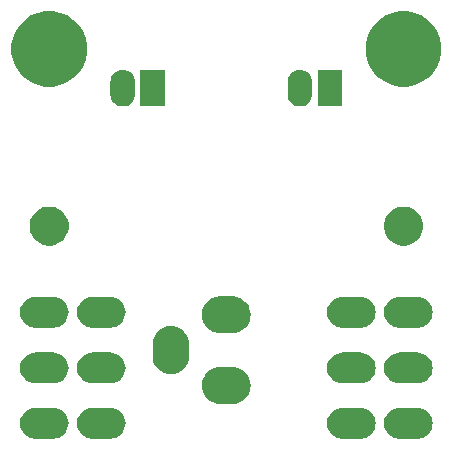
<source format=gbr>
G04 #@! TF.GenerationSoftware,KiCad,Pcbnew,(5.0.2)-1*
G04 #@! TF.CreationDate,2021-08-06T22:30:59+01:00*
G04 #@! TF.ProjectId,CN-BA3-03-03-kicad,434e2d42-4133-42d3-9033-2d30332d6b69,rev?*
G04 #@! TF.SameCoordinates,Original*
G04 #@! TF.FileFunction,Soldermask,Top*
G04 #@! TF.FilePolarity,Negative*
%FSLAX46Y46*%
G04 Gerber Fmt 4.6, Leading zero omitted, Abs format (unit mm)*
G04 Created by KiCad (PCBNEW (5.0.2)-1) date 06/08/2021 22:30:59*
%MOMM*%
%LPD*%
G01*
G04 APERTURE LIST*
%ADD10C,0.100000*%
G04 APERTURE END LIST*
D10*
G36*
X-9725311Y-15402706D02*
X-9581960Y-15416825D01*
X-9336720Y-15491218D01*
X-9336718Y-15491219D01*
X-9110704Y-15612026D01*
X-8912603Y-15774603D01*
X-8750026Y-15972704D01*
X-8750025Y-15972706D01*
X-8629218Y-16198720D01*
X-8554825Y-16443960D01*
X-8529706Y-16699000D01*
X-8554825Y-16954040D01*
X-8629218Y-17199280D01*
X-8629219Y-17199282D01*
X-8750026Y-17425296D01*
X-8912603Y-17623397D01*
X-9110704Y-17785974D01*
X-9110706Y-17785975D01*
X-9336720Y-17906782D01*
X-9581960Y-17981175D01*
X-9725311Y-17995294D01*
X-9773094Y-18000000D01*
X-11400906Y-18000000D01*
X-11448689Y-17995294D01*
X-11592040Y-17981175D01*
X-11837280Y-17906782D01*
X-12063294Y-17785975D01*
X-12063296Y-17785974D01*
X-12261397Y-17623397D01*
X-12423974Y-17425296D01*
X-12544781Y-17199282D01*
X-12544782Y-17199280D01*
X-12619175Y-16954040D01*
X-12644294Y-16699000D01*
X-12619175Y-16443960D01*
X-12544782Y-16198720D01*
X-12423975Y-15972706D01*
X-12423974Y-15972704D01*
X-12261397Y-15774603D01*
X-12063296Y-15612026D01*
X-11837282Y-15491219D01*
X-11837280Y-15491218D01*
X-11592040Y-15416825D01*
X-11448689Y-15402706D01*
X-11400906Y-15398000D01*
X-9773094Y-15398000D01*
X-9725311Y-15402706D01*
X-9725311Y-15402706D01*
G37*
G36*
X-14551311Y-15402706D02*
X-14407960Y-15416825D01*
X-14162720Y-15491218D01*
X-14162718Y-15491219D01*
X-13936704Y-15612026D01*
X-13738603Y-15774603D01*
X-13576026Y-15972704D01*
X-13576025Y-15972706D01*
X-13455218Y-16198720D01*
X-13380825Y-16443960D01*
X-13355706Y-16699000D01*
X-13380825Y-16954040D01*
X-13455218Y-17199280D01*
X-13455219Y-17199282D01*
X-13576026Y-17425296D01*
X-13738603Y-17623397D01*
X-13936704Y-17785974D01*
X-13936706Y-17785975D01*
X-14162720Y-17906782D01*
X-14407960Y-17981175D01*
X-14551311Y-17995294D01*
X-14599094Y-18000000D01*
X-16226906Y-18000000D01*
X-16274689Y-17995294D01*
X-16418040Y-17981175D01*
X-16663280Y-17906782D01*
X-16889294Y-17785975D01*
X-16889296Y-17785974D01*
X-17087397Y-17623397D01*
X-17249974Y-17425296D01*
X-17370781Y-17199282D01*
X-17370782Y-17199280D01*
X-17445175Y-16954040D01*
X-17470294Y-16699000D01*
X-17445175Y-16443960D01*
X-17370782Y-16198720D01*
X-17249975Y-15972706D01*
X-17249974Y-15972704D01*
X-17087397Y-15774603D01*
X-16889296Y-15612026D01*
X-16663282Y-15491219D01*
X-16663280Y-15491218D01*
X-16418040Y-15416825D01*
X-16274689Y-15402706D01*
X-16226906Y-15398000D01*
X-14599094Y-15398000D01*
X-14551311Y-15402706D01*
X-14551311Y-15402706D01*
G37*
G36*
X16274689Y-15402706D02*
X16418040Y-15416825D01*
X16663280Y-15491218D01*
X16663282Y-15491219D01*
X16889296Y-15612026D01*
X17087397Y-15774603D01*
X17249974Y-15972704D01*
X17249975Y-15972706D01*
X17370782Y-16198720D01*
X17445175Y-16443960D01*
X17470294Y-16699000D01*
X17445175Y-16954040D01*
X17370782Y-17199280D01*
X17370781Y-17199282D01*
X17249974Y-17425296D01*
X17087397Y-17623397D01*
X16889296Y-17785974D01*
X16889294Y-17785975D01*
X16663280Y-17906782D01*
X16418040Y-17981175D01*
X16274689Y-17995294D01*
X16226906Y-18000000D01*
X14599094Y-18000000D01*
X14551311Y-17995294D01*
X14407960Y-17981175D01*
X14162720Y-17906782D01*
X13936706Y-17785975D01*
X13936704Y-17785974D01*
X13738603Y-17623397D01*
X13576026Y-17425296D01*
X13455219Y-17199282D01*
X13455218Y-17199280D01*
X13380825Y-16954040D01*
X13355706Y-16699000D01*
X13380825Y-16443960D01*
X13455218Y-16198720D01*
X13576025Y-15972706D01*
X13576026Y-15972704D01*
X13738603Y-15774603D01*
X13936704Y-15612026D01*
X14162718Y-15491219D01*
X14162720Y-15491218D01*
X14407960Y-15416825D01*
X14551311Y-15402706D01*
X14599094Y-15398000D01*
X16226906Y-15398000D01*
X16274689Y-15402706D01*
X16274689Y-15402706D01*
G37*
G36*
X11448689Y-15402706D02*
X11592040Y-15416825D01*
X11837280Y-15491218D01*
X11837282Y-15491219D01*
X12063296Y-15612026D01*
X12261397Y-15774603D01*
X12423974Y-15972704D01*
X12423975Y-15972706D01*
X12544782Y-16198720D01*
X12619175Y-16443960D01*
X12644294Y-16699000D01*
X12619175Y-16954040D01*
X12544782Y-17199280D01*
X12544781Y-17199282D01*
X12423974Y-17425296D01*
X12261397Y-17623397D01*
X12063296Y-17785974D01*
X12063294Y-17785975D01*
X11837280Y-17906782D01*
X11592040Y-17981175D01*
X11448689Y-17995294D01*
X11400906Y-18000000D01*
X9773094Y-18000000D01*
X9725311Y-17995294D01*
X9581960Y-17981175D01*
X9336720Y-17906782D01*
X9110706Y-17785975D01*
X9110704Y-17785974D01*
X8912603Y-17623397D01*
X8750026Y-17425296D01*
X8629219Y-17199282D01*
X8629218Y-17199280D01*
X8554825Y-16954040D01*
X8529706Y-16699000D01*
X8554825Y-16443960D01*
X8629218Y-16198720D01*
X8750025Y-15972706D01*
X8750026Y-15972704D01*
X8912603Y-15774603D01*
X9110704Y-15612026D01*
X9336718Y-15491219D01*
X9336720Y-15491218D01*
X9581960Y-15416825D01*
X9725311Y-15402706D01*
X9773094Y-15398000D01*
X11400906Y-15398000D01*
X11448689Y-15402706D01*
X11448689Y-15402706D01*
G37*
G36*
X652143Y-11949881D02*
X804049Y-11964842D01*
X919949Y-12000000D01*
X1096415Y-12053530D01*
X1186401Y-12101629D01*
X1365858Y-12197551D01*
X1602029Y-12391371D01*
X1795849Y-12627542D01*
X1848633Y-12726294D01*
X1939870Y-12896985D01*
X1939870Y-12896986D01*
X2028558Y-13189351D01*
X2058504Y-13493400D01*
X2028558Y-13797449D01*
X1969433Y-13992359D01*
X1939870Y-14089815D01*
X1887340Y-14188090D01*
X1795849Y-14359258D01*
X1602029Y-14595429D01*
X1365858Y-14789249D01*
X1194690Y-14880740D01*
X1096415Y-14933270D01*
X998959Y-14962833D01*
X804049Y-15021958D01*
X652143Y-15036919D01*
X576191Y-15044400D01*
X-576191Y-15044400D01*
X-652143Y-15036919D01*
X-804049Y-15021958D01*
X-998959Y-14962833D01*
X-1096415Y-14933270D01*
X-1194690Y-14880740D01*
X-1365858Y-14789249D01*
X-1602029Y-14595429D01*
X-1795849Y-14359258D01*
X-1887340Y-14188090D01*
X-1939870Y-14089815D01*
X-1969433Y-13992359D01*
X-2028558Y-13797449D01*
X-2058504Y-13493400D01*
X-2028558Y-13189351D01*
X-1939870Y-12896986D01*
X-1939870Y-12896985D01*
X-1848633Y-12726294D01*
X-1795849Y-12627542D01*
X-1602029Y-12391371D01*
X-1365858Y-12197551D01*
X-1186401Y-12101629D01*
X-1096415Y-12053530D01*
X-919949Y-12000000D01*
X-804049Y-11964842D01*
X-652143Y-11949881D01*
X-576191Y-11942400D01*
X576191Y-11942400D01*
X652143Y-11949881D01*
X652143Y-11949881D01*
G37*
G36*
X-14551311Y-10703706D02*
X-14407960Y-10717825D01*
X-14162720Y-10792218D01*
X-14162718Y-10792219D01*
X-13936704Y-10913026D01*
X-13738603Y-11075603D01*
X-13576026Y-11273704D01*
X-13576025Y-11273706D01*
X-13455218Y-11499720D01*
X-13380825Y-11744960D01*
X-13355706Y-12000000D01*
X-13380825Y-12255040D01*
X-13455218Y-12500280D01*
X-13455219Y-12500282D01*
X-13576026Y-12726296D01*
X-13738603Y-12924397D01*
X-13936704Y-13086974D01*
X-13936706Y-13086975D01*
X-14162720Y-13207782D01*
X-14407960Y-13282175D01*
X-14551311Y-13296294D01*
X-14599094Y-13301000D01*
X-16226906Y-13301000D01*
X-16274689Y-13296294D01*
X-16418040Y-13282175D01*
X-16663280Y-13207782D01*
X-16889294Y-13086975D01*
X-16889296Y-13086974D01*
X-17087397Y-12924397D01*
X-17249974Y-12726296D01*
X-17370781Y-12500282D01*
X-17370782Y-12500280D01*
X-17445175Y-12255040D01*
X-17470294Y-12000000D01*
X-17445175Y-11744960D01*
X-17370782Y-11499720D01*
X-17249975Y-11273706D01*
X-17249974Y-11273704D01*
X-17087397Y-11075603D01*
X-16889296Y-10913026D01*
X-16663282Y-10792219D01*
X-16663280Y-10792218D01*
X-16418040Y-10717825D01*
X-16274689Y-10703706D01*
X-16226906Y-10699000D01*
X-14599094Y-10699000D01*
X-14551311Y-10703706D01*
X-14551311Y-10703706D01*
G37*
G36*
X16274689Y-10703706D02*
X16418040Y-10717825D01*
X16663280Y-10792218D01*
X16663282Y-10792219D01*
X16889296Y-10913026D01*
X17087397Y-11075603D01*
X17249974Y-11273704D01*
X17249975Y-11273706D01*
X17370782Y-11499720D01*
X17445175Y-11744960D01*
X17470294Y-12000000D01*
X17445175Y-12255040D01*
X17370782Y-12500280D01*
X17370781Y-12500282D01*
X17249974Y-12726296D01*
X17087397Y-12924397D01*
X16889296Y-13086974D01*
X16889294Y-13086975D01*
X16663280Y-13207782D01*
X16418040Y-13282175D01*
X16274689Y-13296294D01*
X16226906Y-13301000D01*
X14599094Y-13301000D01*
X14551311Y-13296294D01*
X14407960Y-13282175D01*
X14162720Y-13207782D01*
X13936706Y-13086975D01*
X13936704Y-13086974D01*
X13738603Y-12924397D01*
X13576026Y-12726296D01*
X13455219Y-12500282D01*
X13455218Y-12500280D01*
X13380825Y-12255040D01*
X13355706Y-12000000D01*
X13380825Y-11744960D01*
X13455218Y-11499720D01*
X13576025Y-11273706D01*
X13576026Y-11273704D01*
X13738603Y-11075603D01*
X13936704Y-10913026D01*
X14162718Y-10792219D01*
X14162720Y-10792218D01*
X14407960Y-10717825D01*
X14551311Y-10703706D01*
X14599094Y-10699000D01*
X16226906Y-10699000D01*
X16274689Y-10703706D01*
X16274689Y-10703706D01*
G37*
G36*
X11448689Y-10703706D02*
X11592040Y-10717825D01*
X11837280Y-10792218D01*
X11837282Y-10792219D01*
X12063296Y-10913026D01*
X12261397Y-11075603D01*
X12423974Y-11273704D01*
X12423975Y-11273706D01*
X12544782Y-11499720D01*
X12619175Y-11744960D01*
X12644294Y-12000000D01*
X12619175Y-12255040D01*
X12544782Y-12500280D01*
X12544781Y-12500282D01*
X12423974Y-12726296D01*
X12261397Y-12924397D01*
X12063296Y-13086974D01*
X12063294Y-13086975D01*
X11837280Y-13207782D01*
X11592040Y-13282175D01*
X11448689Y-13296294D01*
X11400906Y-13301000D01*
X9773094Y-13301000D01*
X9725311Y-13296294D01*
X9581960Y-13282175D01*
X9336720Y-13207782D01*
X9110706Y-13086975D01*
X9110704Y-13086974D01*
X8912603Y-12924397D01*
X8750026Y-12726296D01*
X8629219Y-12500282D01*
X8629218Y-12500280D01*
X8554825Y-12255040D01*
X8529706Y-12000000D01*
X8554825Y-11744960D01*
X8629218Y-11499720D01*
X8750025Y-11273706D01*
X8750026Y-11273704D01*
X8912603Y-11075603D01*
X9110704Y-10913026D01*
X9336718Y-10792219D01*
X9336720Y-10792218D01*
X9581960Y-10717825D01*
X9725311Y-10703706D01*
X9773094Y-10699000D01*
X11400906Y-10699000D01*
X11448689Y-10703706D01*
X11448689Y-10703706D01*
G37*
G36*
X-9725311Y-10703706D02*
X-9581960Y-10717825D01*
X-9336720Y-10792218D01*
X-9336718Y-10792219D01*
X-9110704Y-10913026D01*
X-8912603Y-11075603D01*
X-8750026Y-11273704D01*
X-8750025Y-11273706D01*
X-8629218Y-11499720D01*
X-8554825Y-11744960D01*
X-8529706Y-12000000D01*
X-8554825Y-12255040D01*
X-8629218Y-12500280D01*
X-8629219Y-12500282D01*
X-8750026Y-12726296D01*
X-8912603Y-12924397D01*
X-9110704Y-13086974D01*
X-9110706Y-13086975D01*
X-9336720Y-13207782D01*
X-9581960Y-13282175D01*
X-9725311Y-13296294D01*
X-9773094Y-13301000D01*
X-11400906Y-13301000D01*
X-11448689Y-13296294D01*
X-11592040Y-13282175D01*
X-11837280Y-13207782D01*
X-12063294Y-13086975D01*
X-12063296Y-13086974D01*
X-12261397Y-12924397D01*
X-12423974Y-12726296D01*
X-12544781Y-12500282D01*
X-12544782Y-12500280D01*
X-12619175Y-12255040D01*
X-12644294Y-12000000D01*
X-12619175Y-11744960D01*
X-12544782Y-11499720D01*
X-12423975Y-11273706D01*
X-12423974Y-11273704D01*
X-12261397Y-11075603D01*
X-12063296Y-10913026D01*
X-11837282Y-10792219D01*
X-11837280Y-10792218D01*
X-11592040Y-10717825D01*
X-11448689Y-10703706D01*
X-11400906Y-10699000D01*
X-9773094Y-10699000D01*
X-9725311Y-10703706D01*
X-9725311Y-10703706D01*
G37*
G36*
X-4394952Y-8471042D02*
X-4200042Y-8530167D01*
X-4102586Y-8559730D01*
X-4026070Y-8600629D01*
X-3833143Y-8703751D01*
X-3596971Y-8897571D01*
X-3596970Y-8897573D01*
X-3596968Y-8897574D01*
X-3563406Y-8938470D01*
X-3403151Y-9133742D01*
X-3311660Y-9304910D01*
X-3259130Y-9403185D01*
X-3229567Y-9500641D01*
X-3170442Y-9695551D01*
X-3148000Y-9923410D01*
X-3148000Y-11075790D01*
X-3170442Y-11303649D01*
X-3229567Y-11498559D01*
X-3259130Y-11596015D01*
X-3311660Y-11694290D01*
X-3403151Y-11865458D01*
X-3596971Y-12101629D01*
X-3833142Y-12295449D01*
X-4004310Y-12386940D01*
X-4102585Y-12439470D01*
X-4200041Y-12469033D01*
X-4394951Y-12528158D01*
X-4699000Y-12558104D01*
X-5003048Y-12528158D01*
X-5197958Y-12469033D01*
X-5295414Y-12439470D01*
X-5393689Y-12386940D01*
X-5564857Y-12295449D01*
X-5801028Y-12101629D01*
X-5994849Y-11865458D01*
X-6086340Y-11694290D01*
X-6138870Y-11596015D01*
X-6168433Y-11498559D01*
X-6227558Y-11303649D01*
X-6250000Y-11075790D01*
X-6250000Y-9923411D01*
X-6227558Y-9695552D01*
X-6138870Y-9403187D01*
X-6138870Y-9403186D01*
X-6066860Y-9268465D01*
X-5994849Y-9133743D01*
X-5801029Y-8897571D01*
X-5801027Y-8897570D01*
X-5801026Y-8897568D01*
X-5564860Y-8703753D01*
X-5564858Y-8703751D01*
X-5371931Y-8600629D01*
X-5295415Y-8559730D01*
X-5197959Y-8530167D01*
X-5003049Y-8471042D01*
X-4699000Y-8441096D01*
X-4394952Y-8471042D01*
X-4394952Y-8471042D01*
G37*
G36*
X652143Y-5955081D02*
X804049Y-5970042D01*
X964865Y-6018825D01*
X1096415Y-6058730D01*
X1194690Y-6111260D01*
X1365858Y-6202751D01*
X1602029Y-6396571D01*
X1795849Y-6632742D01*
X1885634Y-6800718D01*
X1939870Y-6902185D01*
X1939870Y-6902186D01*
X2028558Y-7194551D01*
X2058504Y-7498600D01*
X2028558Y-7802649D01*
X1969433Y-7997559D01*
X1939870Y-8095015D01*
X1887340Y-8193290D01*
X1795849Y-8364458D01*
X1602029Y-8600629D01*
X1365858Y-8794449D01*
X1194690Y-8885940D01*
X1096415Y-8938470D01*
X998959Y-8968033D01*
X804049Y-9027158D01*
X652143Y-9042119D01*
X576191Y-9049600D01*
X-576191Y-9049600D01*
X-652143Y-9042119D01*
X-804049Y-9027158D01*
X-998959Y-8968033D01*
X-1096415Y-8938470D01*
X-1194690Y-8885940D01*
X-1365858Y-8794449D01*
X-1602029Y-8600629D01*
X-1795849Y-8364458D01*
X-1887340Y-8193290D01*
X-1939870Y-8095015D01*
X-1969433Y-7997559D01*
X-2028558Y-7802649D01*
X-2058504Y-7498600D01*
X-2028558Y-7194551D01*
X-1939870Y-6902186D01*
X-1939870Y-6902185D01*
X-1885634Y-6800718D01*
X-1795849Y-6632742D01*
X-1602029Y-6396571D01*
X-1365858Y-6202751D01*
X-1194690Y-6111260D01*
X-1096415Y-6058730D01*
X-964865Y-6018825D01*
X-804049Y-5970042D01*
X-652143Y-5955081D01*
X-576191Y-5947600D01*
X576191Y-5947600D01*
X652143Y-5955081D01*
X652143Y-5955081D01*
G37*
G36*
X-9725311Y-6004706D02*
X-9581960Y-6018825D01*
X-9336720Y-6093218D01*
X-9336718Y-6093219D01*
X-9110704Y-6214026D01*
X-8912603Y-6376603D01*
X-8750026Y-6574704D01*
X-8750025Y-6574706D01*
X-8629218Y-6800720D01*
X-8554825Y-7045960D01*
X-8529706Y-7301000D01*
X-8554825Y-7556040D01*
X-8629218Y-7801280D01*
X-8629219Y-7801282D01*
X-8750026Y-8027296D01*
X-8912603Y-8225397D01*
X-9110704Y-8387974D01*
X-9110706Y-8387975D01*
X-9336720Y-8508782D01*
X-9581960Y-8583175D01*
X-9725311Y-8597294D01*
X-9773094Y-8602000D01*
X-11400906Y-8602000D01*
X-11448689Y-8597294D01*
X-11592040Y-8583175D01*
X-11837280Y-8508782D01*
X-12063294Y-8387975D01*
X-12063296Y-8387974D01*
X-12261397Y-8225397D01*
X-12423974Y-8027296D01*
X-12544781Y-7801282D01*
X-12544782Y-7801280D01*
X-12619175Y-7556040D01*
X-12644294Y-7301000D01*
X-12619175Y-7045960D01*
X-12544782Y-6800720D01*
X-12423975Y-6574706D01*
X-12423974Y-6574704D01*
X-12261397Y-6376603D01*
X-12063296Y-6214026D01*
X-11837282Y-6093219D01*
X-11837280Y-6093218D01*
X-11592040Y-6018825D01*
X-11448689Y-6004706D01*
X-11400906Y-6000000D01*
X-9773094Y-6000000D01*
X-9725311Y-6004706D01*
X-9725311Y-6004706D01*
G37*
G36*
X-14551311Y-6004706D02*
X-14407960Y-6018825D01*
X-14162720Y-6093218D01*
X-14162718Y-6093219D01*
X-13936704Y-6214026D01*
X-13738603Y-6376603D01*
X-13576026Y-6574704D01*
X-13576025Y-6574706D01*
X-13455218Y-6800720D01*
X-13380825Y-7045960D01*
X-13355706Y-7301000D01*
X-13380825Y-7556040D01*
X-13455218Y-7801280D01*
X-13455219Y-7801282D01*
X-13576026Y-8027296D01*
X-13738603Y-8225397D01*
X-13936704Y-8387974D01*
X-13936706Y-8387975D01*
X-14162720Y-8508782D01*
X-14407960Y-8583175D01*
X-14551311Y-8597294D01*
X-14599094Y-8602000D01*
X-16226906Y-8602000D01*
X-16274689Y-8597294D01*
X-16418040Y-8583175D01*
X-16663280Y-8508782D01*
X-16889294Y-8387975D01*
X-16889296Y-8387974D01*
X-17087397Y-8225397D01*
X-17249974Y-8027296D01*
X-17370781Y-7801282D01*
X-17370782Y-7801280D01*
X-17445175Y-7556040D01*
X-17470294Y-7301000D01*
X-17445175Y-7045960D01*
X-17370782Y-6800720D01*
X-17249975Y-6574706D01*
X-17249974Y-6574704D01*
X-17087397Y-6376603D01*
X-16889296Y-6214026D01*
X-16663282Y-6093219D01*
X-16663280Y-6093218D01*
X-16418040Y-6018825D01*
X-16274689Y-6004706D01*
X-16226906Y-6000000D01*
X-14599094Y-6000000D01*
X-14551311Y-6004706D01*
X-14551311Y-6004706D01*
G37*
G36*
X11448689Y-6004706D02*
X11592040Y-6018825D01*
X11837280Y-6093218D01*
X11837282Y-6093219D01*
X12063296Y-6214026D01*
X12261397Y-6376603D01*
X12423974Y-6574704D01*
X12423975Y-6574706D01*
X12544782Y-6800720D01*
X12619175Y-7045960D01*
X12644294Y-7301000D01*
X12619175Y-7556040D01*
X12544782Y-7801280D01*
X12544781Y-7801282D01*
X12423974Y-8027296D01*
X12261397Y-8225397D01*
X12063296Y-8387974D01*
X12063294Y-8387975D01*
X11837280Y-8508782D01*
X11592040Y-8583175D01*
X11448689Y-8597294D01*
X11400906Y-8602000D01*
X9773094Y-8602000D01*
X9725311Y-8597294D01*
X9581960Y-8583175D01*
X9336720Y-8508782D01*
X9110706Y-8387975D01*
X9110704Y-8387974D01*
X8912603Y-8225397D01*
X8750026Y-8027296D01*
X8629219Y-7801282D01*
X8629218Y-7801280D01*
X8554825Y-7556040D01*
X8529706Y-7301000D01*
X8554825Y-7045960D01*
X8629218Y-6800720D01*
X8750025Y-6574706D01*
X8750026Y-6574704D01*
X8912603Y-6376603D01*
X9110704Y-6214026D01*
X9336718Y-6093219D01*
X9336720Y-6093218D01*
X9581960Y-6018825D01*
X9725311Y-6004706D01*
X9773094Y-6000000D01*
X11400906Y-6000000D01*
X11448689Y-6004706D01*
X11448689Y-6004706D01*
G37*
G36*
X16274689Y-6004706D02*
X16418040Y-6018825D01*
X16663280Y-6093218D01*
X16663282Y-6093219D01*
X16889296Y-6214026D01*
X17087397Y-6376603D01*
X17249974Y-6574704D01*
X17249975Y-6574706D01*
X17370782Y-6800720D01*
X17445175Y-7045960D01*
X17470294Y-7301000D01*
X17445175Y-7556040D01*
X17370782Y-7801280D01*
X17370781Y-7801282D01*
X17249974Y-8027296D01*
X17087397Y-8225397D01*
X16889296Y-8387974D01*
X16889294Y-8387975D01*
X16663280Y-8508782D01*
X16418040Y-8583175D01*
X16274689Y-8597294D01*
X16226906Y-8602000D01*
X14599094Y-8602000D01*
X14551311Y-8597294D01*
X14407960Y-8583175D01*
X14162720Y-8508782D01*
X13936706Y-8387975D01*
X13936704Y-8387974D01*
X13738603Y-8225397D01*
X13576026Y-8027296D01*
X13455219Y-7801282D01*
X13455218Y-7801280D01*
X13380825Y-7556040D01*
X13355706Y-7301000D01*
X13380825Y-7045960D01*
X13455218Y-6800720D01*
X13576025Y-6574706D01*
X13576026Y-6574704D01*
X13738603Y-6376603D01*
X13936704Y-6214026D01*
X14162718Y-6093219D01*
X14162720Y-6093218D01*
X14407960Y-6018825D01*
X14551311Y-6004706D01*
X14599094Y-6000000D01*
X16226906Y-6000000D01*
X16274689Y-6004706D01*
X16274689Y-6004706D01*
G37*
G36*
X15375256Y1608702D02*
X15481579Y1587553D01*
X15782042Y1463097D01*
X16048852Y1284820D01*
X16052454Y1282413D01*
X16282413Y1052454D01*
X16463098Y782040D01*
X16587553Y481578D01*
X16651000Y162611D01*
X16651000Y-162611D01*
X16587553Y-481578D01*
X16463098Y-782040D01*
X16282413Y-1052454D01*
X16052454Y-1282413D01*
X16052451Y-1282415D01*
X15782042Y-1463097D01*
X15481579Y-1587553D01*
X15375256Y-1608702D01*
X15162611Y-1651000D01*
X14837389Y-1651000D01*
X14624744Y-1608702D01*
X14518421Y-1587553D01*
X14217958Y-1463097D01*
X13947549Y-1282415D01*
X13947546Y-1282413D01*
X13717587Y-1052454D01*
X13536902Y-782040D01*
X13412447Y-481578D01*
X13349000Y-162611D01*
X13349000Y162611D01*
X13412447Y481578D01*
X13536902Y782040D01*
X13717587Y1052454D01*
X13947546Y1282413D01*
X13951148Y1284820D01*
X14217958Y1463097D01*
X14518421Y1587553D01*
X14624744Y1608702D01*
X14837389Y1651000D01*
X15162611Y1651000D01*
X15375256Y1608702D01*
X15375256Y1608702D01*
G37*
G36*
X-14624744Y1608702D02*
X-14518421Y1587553D01*
X-14217958Y1463097D01*
X-13951148Y1284820D01*
X-13947546Y1282413D01*
X-13717587Y1052454D01*
X-13536902Y782040D01*
X-13412447Y481578D01*
X-13349000Y162611D01*
X-13349000Y-162611D01*
X-13412447Y-481578D01*
X-13536902Y-782040D01*
X-13717587Y-1052454D01*
X-13947546Y-1282413D01*
X-13947549Y-1282415D01*
X-14217958Y-1463097D01*
X-14518421Y-1587553D01*
X-14624744Y-1608702D01*
X-14837389Y-1651000D01*
X-15162611Y-1651000D01*
X-15375256Y-1608702D01*
X-15481579Y-1587553D01*
X-15782042Y-1463097D01*
X-16052451Y-1282415D01*
X-16052454Y-1282413D01*
X-16282413Y-1052454D01*
X-16463098Y-782040D01*
X-16587553Y-481578D01*
X-16651000Y-162611D01*
X-16651000Y162611D01*
X-16587553Y481578D01*
X-16463098Y782040D01*
X-16282413Y1052454D01*
X-16052454Y1282413D01*
X-16048852Y1284820D01*
X-15782042Y1463097D01*
X-15481579Y1587553D01*
X-15375256Y1608702D01*
X-15162611Y1651000D01*
X-14837389Y1651000D01*
X-14624744Y1608702D01*
X-14624744Y1608702D01*
G37*
G36*
X6436031Y13220793D02*
X6634145Y13160695D01*
X6816729Y13063103D01*
X6976765Y12931765D01*
X6976766Y12931763D01*
X6976768Y12931762D01*
X7055568Y12835743D01*
X7108103Y12771729D01*
X7205695Y12589146D01*
X7265793Y12391032D01*
X7281000Y12236630D01*
X7281000Y11133370D01*
X7265793Y10978968D01*
X7205695Y10780854D01*
X7108103Y10598271D01*
X6976765Y10438235D01*
X6816729Y10306897D01*
X6634146Y10209305D01*
X6436032Y10149207D01*
X6230000Y10128915D01*
X6023969Y10149207D01*
X5825855Y10209305D01*
X5643272Y10306897D01*
X5483236Y10438235D01*
X5351899Y10598269D01*
X5254306Y10780852D01*
X5194207Y10978972D01*
X5179000Y11133369D01*
X5179000Y12236630D01*
X5194207Y12391027D01*
X5194207Y12391031D01*
X5254305Y12589145D01*
X5351897Y12771729D01*
X5483235Y12931765D01*
X5483237Y12931766D01*
X5483238Y12931768D01*
X5643269Y13063101D01*
X5643271Y13063103D01*
X5825854Y13160695D01*
X6023968Y13220793D01*
X6230000Y13241085D01*
X6436031Y13220793D01*
X6436031Y13220793D01*
G37*
G36*
X-8563969Y13220793D02*
X-8365855Y13160695D01*
X-8183271Y13063103D01*
X-8023235Y12931765D01*
X-8023234Y12931763D01*
X-8023232Y12931762D01*
X-7944432Y12835743D01*
X-7891897Y12771729D01*
X-7794305Y12589146D01*
X-7734207Y12391032D01*
X-7719000Y12236630D01*
X-7719000Y11133370D01*
X-7734207Y10978968D01*
X-7794305Y10780854D01*
X-7891897Y10598271D01*
X-8023235Y10438235D01*
X-8183271Y10306897D01*
X-8365854Y10209305D01*
X-8563968Y10149207D01*
X-8770000Y10128915D01*
X-8976031Y10149207D01*
X-9174145Y10209305D01*
X-9356728Y10306897D01*
X-9516764Y10438235D01*
X-9648101Y10598269D01*
X-9745694Y10780852D01*
X-9805793Y10978972D01*
X-9821000Y11133369D01*
X-9821000Y12236630D01*
X-9805793Y12391027D01*
X-9805793Y12391031D01*
X-9745695Y12589145D01*
X-9648103Y12771729D01*
X-9516765Y12931765D01*
X-9516763Y12931766D01*
X-9516762Y12931768D01*
X-9356731Y13063101D01*
X-9356729Y13063103D01*
X-9174146Y13160695D01*
X-8976032Y13220793D01*
X-8770000Y13241085D01*
X-8563969Y13220793D01*
X-8563969Y13220793D01*
G37*
G36*
X-5179000Y10134000D02*
X-7281000Y10134000D01*
X-7281000Y13236000D01*
X-5179000Y13236000D01*
X-5179000Y10134000D01*
X-5179000Y10134000D01*
G37*
G36*
X9821000Y10134000D02*
X7719000Y10134000D01*
X7719000Y13236000D01*
X9821000Y13236000D01*
X9821000Y10134000D01*
X9821000Y10134000D01*
G37*
G36*
X-14066304Y18077988D02*
X-13483759Y17836690D01*
X-12959479Y17486377D01*
X-12513623Y17040521D01*
X-12163310Y16516241D01*
X-11922012Y15933696D01*
X-11799000Y15315272D01*
X-11799000Y14684728D01*
X-11922012Y14066304D01*
X-12163310Y13483759D01*
X-12513623Y12959479D01*
X-12959479Y12513623D01*
X-13483759Y12163310D01*
X-14066304Y11922012D01*
X-14684728Y11799000D01*
X-15315272Y11799000D01*
X-15933696Y11922012D01*
X-16516241Y12163310D01*
X-17040521Y12513623D01*
X-17486377Y12959479D01*
X-17836690Y13483759D01*
X-18077988Y14066304D01*
X-18201000Y14684728D01*
X-18201000Y15315272D01*
X-18077988Y15933696D01*
X-17836690Y16516241D01*
X-17486377Y17040521D01*
X-17040521Y17486377D01*
X-16516241Y17836690D01*
X-15933696Y18077988D01*
X-15315272Y18201000D01*
X-14684728Y18201000D01*
X-14066304Y18077988D01*
X-14066304Y18077988D01*
G37*
G36*
X15933696Y18077988D02*
X16516241Y17836690D01*
X17040521Y17486377D01*
X17486377Y17040521D01*
X17836690Y16516241D01*
X18077988Y15933696D01*
X18201000Y15315272D01*
X18201000Y14684728D01*
X18077988Y14066304D01*
X17836690Y13483759D01*
X17486377Y12959479D01*
X17040521Y12513623D01*
X16516241Y12163310D01*
X15933696Y11922012D01*
X15315272Y11799000D01*
X14684728Y11799000D01*
X14066304Y11922012D01*
X13483759Y12163310D01*
X12959479Y12513623D01*
X12513623Y12959479D01*
X12163310Y13483759D01*
X11922012Y14066304D01*
X11799000Y14684728D01*
X11799000Y15315272D01*
X11922012Y15933696D01*
X12163310Y16516241D01*
X12513623Y17040521D01*
X12959479Y17486377D01*
X13483759Y17836690D01*
X14066304Y18077988D01*
X14684728Y18201000D01*
X15315272Y18201000D01*
X15933696Y18077988D01*
X15933696Y18077988D01*
G37*
M02*

</source>
